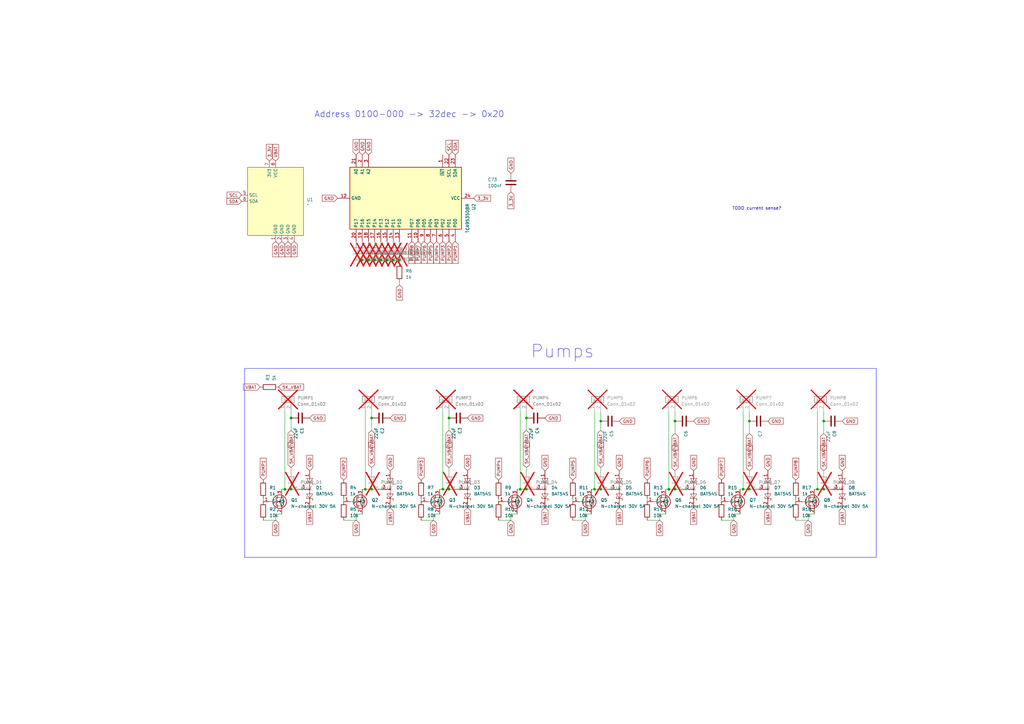
<source format=kicad_sch>
(kicad_sch (version 20250114) (generator "eeschema") (generator_version "9.0")
  (paper "A3")
  (lib_symbols
    (symbol "Connector_Generic:Conn_01x02" (pin_names (offset 1.016) (hide yes))
      (property "Reference" "J" (at 0 2.54 0))
      (property "Value" "Conn_01x02" (at 0 -5.08 0))
      (symbol "Conn_01x02_1_1"
        (rectangle (start -1.27 1.27) (end 1.27 -3.81) (stroke (width 0.254)) (fill (type background)))
        (rectangle (start -1.27 0.127) (end 0 -0.127) (stroke (width 0.1524)))
        (rectangle (start -1.27 -2.413) (end 0 -2.667) (stroke (width 0.1524)))
        (pin passive line (at -5.08 0 0) (length 3.81) (name "Pin_1") (number "1"))
        (pin passive line (at -5.08 -2.54 0) (length 3.81) (name "Pin_2") (number "2"))
      )
    )
    (symbol "Device:C" (pin_numbers (hide yes)) (pin_names (offset 0.254))
      (property "Reference" "C" (at 0.635 2.54 0))
      (property "Value" "C" (at 0.635 -2.54 0))
      (symbol "C_0_1"
        (polyline (pts (xy -2.032 0.762) (xy 2.032 0.762)) (stroke (width 0.508)))
        (polyline (pts (xy -2.032 -0.762) (xy 2.032 -0.762)) (stroke (width 0.508)))
      )
      (symbol "C_1_1"
        (pin passive line (at 0 3.81 270) (length 2.794) (name "~") (number "1"))
        (pin passive line (at 0 -3.81 90) (length 2.794) (name "~") (number "2"))
      )
    )
    (symbol "Device:LED" (pin_numbers (hide yes)) (pin_names (offset 1.016) (hide yes))
      (property "Reference" "D" (at 0 2.54 0))
      (property "Value" "LED" (at 0 -2.54 0))
      (symbol "LED_0_1"
        (polyline (pts (xy -3.048 -0.762) (xy -4.572 -2.286) (xy -3.81 -2.286) (xy -4.572 -2.286) (xy -4.572 -1.524)))
        (polyline (pts (xy -1.778 -0.762) (xy -3.302 -2.286) (xy -2.54 -2.286) (xy -3.302 -2.286) (xy -3.302 -1.524)))
        (polyline (pts (xy -1.27 0) (xy 1.27 0)))
        (polyline (pts (xy -1.27 -1.27) (xy -1.27 1.27)) (stroke (width 0.254)))
        (polyline (pts (xy 1.27 -1.27) (xy 1.27 1.27) (xy -1.27 0) (xy 1.27 -1.27)) (stroke (width 0.254)))
      )
      (symbol "LED_1_1"
        (pin passive line (at -3.81 0 0) (length 2.54) (name "K") (number "1"))
        (pin passive line (at 3.81 0 180) (length 2.54) (name "A") (number "2"))
      )
    )
    (symbol "Device:R" (pin_numbers (hide yes)) (pin_names (offset 0))
      (property "Reference" "R" (at 2.032 0 90))
      (property "Value" "R" (at 0 0 90))
      (symbol "R_0_1"
        (rectangle (start -1.016 -2.54) (end 1.016 2.54) (stroke (width 0.254)))
      )
      (symbol "R_1_1"
        (pin passive line (at 0 3.81 270) (length 1.27) (name "~") (number "1"))
        (pin passive line (at 0 -3.81 90) (length 1.27) (name "~") (number "2"))
      )
    )
    (symbol "Diode:BAS40-04" (pin_names (offset 1.016))
      (property "Reference" "D" (at 0.635 -1.27 0))
      (property "Value" "BAS40-04" (at -6.35 5.715 0))
      (symbol "BAS40-04_0_1"
        (polyline (pts (xy -4.445 3.81) (xy -4.445 1.27) (xy -2.54 2.54) (xy -4.445 3.81)))
        (polyline (pts (xy -3.81 2.54) (xy -1.27 2.54)))
        (polyline (pts (xy -3.175 1.27) (xy -3.175 1.524)))
        (polyline (pts (xy -2.54 3.81) (xy -1.905 3.81)))
        (polyline (pts (xy -2.54 1.27) (xy -3.175 1.27)))
        (polyline (pts (xy -2.54 1.27) (xy -2.54 3.81)))
        (polyline (pts (xy -1.905 3.81) (xy -1.905 3.556)))
        (polyline (pts (xy -1.905 2.54) (xy 1.905 2.54)))
        (circle (center 0 2.54) (radius 0.254) (fill (type outline)))
        (polyline (pts (xy 1.27 2.54) (xy 3.81 2.54)))
        (polyline (pts (xy 1.905 3.81) (xy 1.905 1.27) (xy 3.81 2.54) (xy 1.905 3.81)))
        (polyline (pts (xy 3.175 1.27) (xy 3.175 1.524)))
        (polyline (pts (xy 3.81 3.81) (xy 4.445 3.81)))
        (polyline (pts (xy 3.81 1.27) (xy 3.175 1.27)))
        (polyline (pts (xy 3.81 1.27) (xy 3.81 3.81)))
        (polyline (pts (xy 4.445 3.81) (xy 4.445 3.556)))
      )
      (symbol "BAS40-04_1_1"
        (pin passive line (at -7.62 2.54 0) (length 3.81) (name "~") (number "1"))
        (pin passive line (at 0 -2.54 90) (length 5.08) (name "~") (number "3"))
        (pin passive line (at 7.62 2.54 180) (length 3.81) (name "~") (number "2"))
      )
    )
    (symbol "ESP32-DEVKITC-32D:SL2300" (pin_names (offset 1.016))
      (property "Reference" "Q" (at 0 0 0))
      (property "Value" "SL2300" (at 7.62 0 0))
      (symbol "SL2300_1_1"
        (polyline (pts (xy -1.016 1.905) (xy -1.016 -1.905)) (stroke (width 0.254)))
        (polyline (pts (xy -1.016 0) (xy -3.81 0)))
        (polyline (pts (xy -0.508 2.286) (xy -0.508 1.27)) (stroke (width 0.254)))
        (polyline (pts (xy -0.508 0.508) (xy -0.508 -0.508)) (stroke (width 0.254)))
        (polyline (pts (xy -0.508 -1.27) (xy -0.508 -2.286)) (stroke (width 0.254)))
        (polyline (pts (xy -0.508 -1.778) (xy 2.032 -1.778) (xy 2.032 1.778) (xy -0.508 1.778)))
        (polyline (pts (xy -0.254 0) (xy 0.762 0.381) (xy 0.762 -0.381) (xy -0.254 0)) (fill (type outline)))
        (circle (center 0.381 0) (radius 2.794) (stroke (width 0.254)))
        (polyline (pts (xy 1.27 2.54) (xy 1.27 1.778)))
        (circle (center 1.27 1.778) (radius 0.254) (fill (type outline)))
        (circle (center 1.27 -1.778) (radius 0.254) (fill (type outline)))
        (polyline (pts (xy 1.27 -2.54) (xy 1.27 0) (xy -0.508 0)))
        (polyline (pts (xy 1.524 0.508) (xy 1.651 0.381) (xy 2.413 0.381) (xy 2.54 0.254)))
        (polyline (pts (xy 2.032 0.381) (xy 1.651 -0.254) (xy 2.413 -0.254) (xy 2.032 0.381)))
        (pin input line (at -6.35 0 0) (length 2.54) (name "G") (number "1"))
        (pin passive line (at 1.27 5.08 270) (length 2.54) (name "D") (number "3"))
        (pin passive line (at 1.27 -5.08 90) (length 2.54) (name "S") (number "2"))
      )
    )
    (symbol "Interface_Expansion:TCA9535DBR"
      (property "Reference" "U" (at -11.43 24.13 0))
      (property "Value" "TCA9535DBR" (at 0 0 0))
      (symbol "TCA9535DBR_0_1"
        (rectangle (start -12.7 22.86) (end 12.7 -22.86) (stroke (width 0.254)) (fill (type background)))
      )
      (symbol "TCA9535DBR_1_1"
        (pin bidirectional line (at -17.78 20.32 0) (length 5.08) (name "SDA") (number "23"))
        (pin input line (at -17.78 17.78 0) (length 5.08) (name "SCL") (number "22"))
        (pin open_collector line (at -17.78 15.24 0) (length 5.08) (name "~{INT}") (number "1"))
        (pin input line (at -17.78 -15.24 0) (length 5.08) (name "A2") (number "3"))
        (pin input line (at -17.78 -17.78 0) (length 5.08) (name "A1") (number "2"))
        (pin input line (at -17.78 -20.32 0) (length 5.08) (name "A0") (number "21"))
        (pin power_in line (at 0 27.94 270) (length 5.08) (name "VCC") (number "24"))
        (pin power_in line (at 0 -27.94 90) (length 5.08) (name "GND") (number "12"))
        (pin bidirectional line (at 17.78 20.32 180) (length 5.08) (name "P00") (number "4"))
        (pin bidirectional line (at 17.78 17.78 180) (length 5.08) (name "P01") (number "5"))
        (pin bidirectional line (at 17.78 15.24 180) (length 5.08) (name "P02") (number "6"))
        (pin bidirectional line (at 17.78 12.7 180) (length 5.08) (name "P03") (number "7"))
        (pin bidirectional line (at 17.78 10.16 180) (length 5.08) (name "P04") (number "8"))
        (pin bidirectional line (at 17.78 7.62 180) (length 5.08) (name "P05") (number "9"))
        (pin bidirectional line (at 17.78 5.08 180) (length 5.08) (name "P06") (number "10"))
        (pin bidirectional line (at 17.78 2.54 180) (length 5.08) (name "P07") (number "11"))
        (pin bidirectional line (at 17.78 -2.54 180) (length 5.08) (name "P10") (number "13"))
        (pin bidirectional line (at 17.78 -5.08 180) (length 5.08) (name "P11") (number "14"))
        (pin bidirectional line (at 17.78 -7.62 180) (length 5.08) (name "P12") (number "15"))
        (pin bidirectional line (at 17.78 -10.16 180) (length 5.08) (name "P13") (number "16"))
        (pin bidirectional line (at 17.78 -12.7 180) (length 5.08) (name "P14") (number "17"))
        (pin bidirectional line (at 17.78 -15.24 180) (length 5.08) (name "P15") (number "18"))
        (pin bidirectional line (at 17.78 -17.78 180) (length 5.08) (name "P16") (number "19"))
        (pin bidirectional line (at 17.78 -20.32 180) (length 5.08) (name "P17") (number "20"))
      )
    )
    (symbol "Modules:Pump_Output"
      (property "Reference" "U" (at -6.35 15.24 0))
      (symbol "Pump_Output_1_1"
        (rectangle (start -12.7 12.7) (end 10.16 -15.24) (fill (type background)))
        (pin bidirectional line (at -15.24 1.27 0) (length 2.54) (name "SCL") (number "5"))
        (pin bidirectional line (at -15.24 -1.27 0) (length 2.54) (name "SDA") (number "6"))
        (pin power_in line (at -3.81 15.24 270) (length 2.54) (name "3V3") (number "7"))
        (pin power_in line (at -1.27 15.24 270) (length 2.54) (name "VCC") (number "8"))
        (pin power_in line (at -1.27 -17.78 90) (length 2.54) (name "GND") (number "1"))
        (pin power_in line (at 1.27 -17.78 90) (length 2.54) (name "GND") (number "2"))
        (pin power_in line (at 3.81 -17.78 90) (length 2.54) (name "GND") (number "3"))
        (pin power_in line (at 6.35 -17.78 90) (length 2.54) (name "GND") (number "4"))
      )
    )
  )
  (rectangle (start 100.33 151.13) (end 359.41 228.6))
  (text "TODO current sense?" (at 310.388 85.598 0) (effects (font (size 1.27 1.27))))
  (text "Address 0100-000 -> 32dec -> 0x20" (at 167.894 46.99 0) (effects (font (size 2.54 2.54))))
  (text "Pumps" (at 243.84 147.32 0) (effects (font (size 5.2578 5.2578)) (justify right bottom)))
  (junction (at 184.15 200.66))
  (junction (at 215.9 200.66))
  (junction (at 152.4 171.45))
  (junction (at 304.8 200.66))
  (junction (at 246.38 172.72))
  (junction (at 181.61 200.66))
  (junction (at 119.38 171.45))
  (junction (at 307.34 172.72))
  (junction (at 152.4 200.66))
  (junction (at 246.38 200.66))
  (junction (at 337.82 172.72))
  (junction (at 276.86 200.66))
  (junction (at 149.86 200.66))
  (junction (at 151.13 106.68))
  (junction (at 276.86 172.72))
  (junction (at 337.82 200.66))
  (junction (at 156.21 106.68))
  (junction (at 161.29 106.68))
  (junction (at 215.9 171.45))
  (junction (at 153.67 106.68))
  (junction (at 274.32 200.66))
  (junction (at 243.84 200.66))
  (junction (at 116.84 200.66))
  (junction (at 163.83 106.68))
  (junction (at 158.75 106.68))
  (junction (at 307.34 200.66))
  (junction (at 119.38 200.66))
  (junction (at 213.36 200.66))
  (junction (at 148.59 106.68))
  (junction (at 184.15 171.45))
  (junction (at 335.28 200.66))
  (wire (pts (xy 274.32 168.91) (xy 274.32 200.66)))
  (wire (pts (xy 215.9 168.91) (xy 215.9 171.45)))
  (wire (pts (xy 107.95 204.47) (xy 107.95 205.74)))
  (wire (pts (xy 163.83 116.84) (xy 163.83 115.57)))
  (wire (pts (xy 274.32 200.66) (xy 273.05 200.66)))
  (wire (pts (xy 149.86 168.91) (xy 149.86 200.66)))
  (wire (pts (xy 152.4 200.66) (xy 154.94 200.66)))
  (wire (pts (xy 326.39 204.47) (xy 326.39 205.74)))
  (wire (pts (xy 246.38 200.66) (xy 248.92 200.66)))
  (wire (pts (xy 243.84 200.66) (xy 242.57 200.66)))
  (wire (pts (xy 240.03 210.82) (xy 240.03 213.36)))
  (wire (pts (xy 334.01 210.82) (xy 331.47 210.82)))
  (wire (pts (xy 152.4 168.91) (xy 152.4 171.45)))
  (wire (pts (xy 152.4 191.77) (xy 152.4 193.04)))
  (wire (pts (xy 246.38 200.66) (xy 243.84 200.66)))
  (wire (pts (xy 307.34 168.91) (xy 307.34 172.72)))
  (wire (pts (xy 234.95 204.47) (xy 234.95 205.74)))
  (wire (pts (xy 149.86 200.66) (xy 148.59 200.66)))
  (wire (pts (xy 300.99 210.82) (xy 300.99 213.36)))
  (wire (pts (xy 276.86 168.91) (xy 276.86 172.72)))
  (wire (pts (xy 212.09 210.82) (xy 209.55 210.82)))
  (wire (pts (xy 184.15 193.04) (xy 184.15 191.77)))
  (wire (pts (xy 300.99 213.36) (xy 295.91 213.36)))
  (wire (pts (xy 295.91 204.47) (xy 295.91 205.74)))
  (wire (pts (xy 172.72 204.47) (xy 172.72 205.74)))
  (wire (pts (xy 158.75 106.68) (xy 161.29 106.68)))
  (wire (pts (xy 215.9 200.66) (xy 213.36 200.66)))
  (wire (pts (xy 240.03 213.36) (xy 234.95 213.36)))
  (wire (pts (xy 246.38 191.77) (xy 246.38 193.04)))
  (wire (pts (xy 246.38 168.91) (xy 246.38 172.72)))
  (wire (pts (xy 184.15 168.91) (xy 184.15 171.45)))
  (wire (pts (xy 331.47 213.36) (xy 326.39 213.36)))
  (wire (pts (xy 184.15 200.66) (xy 181.61 200.66)))
  (wire (pts (xy 273.05 210.82) (xy 270.51 210.82)))
  (wire (pts (xy 331.47 210.82) (xy 331.47 213.36)))
  (wire (pts (xy 149.86 200.66) (xy 152.4 200.66)))
  (wire (pts (xy 119.38 200.66) (xy 121.92 200.66)))
  (wire (pts (xy 307.34 200.66) (xy 309.88 200.66)))
  (wire (pts (xy 146.05 210.82) (xy 146.05 213.36)))
  (wire (pts (xy 276.86 200.66) (xy 274.32 200.66)))
  (wire (pts (xy 209.55 213.36) (xy 204.47 213.36)))
  (wire (pts (xy 303.53 210.82) (xy 300.99 210.82)))
  (wire (pts (xy 270.51 213.36) (xy 265.43 213.36)))
  (wire (pts (xy 113.03 213.36) (xy 107.95 213.36)))
  (wire (pts (xy 335.28 168.91) (xy 335.28 200.66)))
  (wire (pts (xy 215.9 191.77) (xy 215.9 193.04)))
  (wire (pts (xy 148.59 106.68) (xy 146.05 106.68)))
  (wire (pts (xy 276.86 172.72) (xy 276.86 177.8)))
  (wire (pts (xy 119.38 168.91) (xy 119.38 171.45)))
  (wire (pts (xy 213.36 200.66) (xy 212.09 200.66)))
  (wire (pts (xy 156.21 106.68) (xy 158.75 106.68)))
  (wire (pts (xy 119.38 193.04) (xy 119.38 191.77)))
  (wire (pts (xy 181.61 200.66) (xy 180.34 200.66)))
  (wire (pts (xy 337.82 172.72) (xy 337.82 177.8)))
  (wire (pts (xy 270.51 210.82) (xy 270.51 213.36)))
  (wire (pts (xy 265.43 204.47) (xy 265.43 205.74)))
  (wire (pts (xy 242.57 210.82) (xy 240.03 210.82)))
  (wire (pts (xy 180.34 210.82) (xy 177.8 210.82)))
  (wire (pts (xy 163.83 107.95) (xy 163.83 106.68)))
  (wire (pts (xy 307.34 172.72) (xy 307.34 177.8)))
  (wire (pts (xy 113.03 210.82) (xy 113.03 213.36)))
  (wire (pts (xy 209.55 210.82) (xy 209.55 213.36)))
  (wire (pts (xy 177.8 210.82) (xy 177.8 213.36)))
  (wire (pts (xy 151.13 106.68) (xy 148.59 106.68)))
  (wire (pts (xy 204.47 204.47) (xy 204.47 205.74)))
  (wire (pts (xy 177.8 213.36) (xy 172.72 213.36)))
  (wire (pts (xy 307.34 200.66) (xy 304.8 200.66)))
  (wire (pts (xy 304.8 200.66) (xy 303.53 200.66)))
  (wire (pts (xy 335.28 200.66) (xy 334.01 200.66)))
  (wire (pts (xy 213.36 168.91) (xy 213.36 200.66)))
  (wire (pts (xy 181.61 168.91) (xy 181.61 200.66)))
  (wire (pts (xy 115.57 210.82) (xy 113.03 210.82)))
  (wire (pts (xy 243.84 168.91) (xy 243.84 200.66)))
  (wire (pts (xy 140.97 204.47) (xy 140.97 205.74)))
  (wire (pts (xy 304.8 168.91) (xy 304.8 200.66)))
  (wire (pts (xy 215.9 171.45) (xy 215.9 176.53)))
  (wire (pts (xy 119.38 200.66) (xy 116.84 200.66)))
  (wire (pts (xy 156.21 106.68) (xy 153.67 106.68)))
  (wire (pts (xy 246.38 172.72) (xy 246.38 176.53)))
  (wire (pts (xy 116.84 200.66) (xy 115.57 200.66)))
  (wire (pts (xy 337.82 200.66) (xy 340.36 200.66)))
  (wire (pts (xy 337.82 200.66) (xy 335.28 200.66)))
  (wire (pts (xy 153.67 106.68) (xy 151.13 106.68)))
  (wire (pts (xy 146.05 213.36) (xy 140.97 213.36)))
  (wire (pts (xy 276.86 200.66) (xy 279.4 200.66)))
  (wire (pts (xy 148.59 210.82) (xy 146.05 210.82)))
  (wire (pts (xy 184.15 200.66) (xy 186.69 200.66)))
  (wire (pts (xy 184.15 171.45) (xy 184.15 176.53)))
  (wire (pts (xy 161.29 106.68) (xy 163.83 106.68)))
  (wire (pts (xy 152.4 171.45) (xy 152.4 176.53)))
  (wire (pts (xy 116.84 168.91) (xy 116.84 200.66)))
  (wire (pts (xy 337.82 168.91) (xy 337.82 172.72)))
  (wire (pts (xy 215.9 200.66) (xy 218.44 200.66)))
  (wire (pts (xy 119.38 171.45) (xy 119.38 176.53)))
  (global_label "VBAT" (shape input) (at 119.38 176.53 270) (property "Intersheetrefs" "${INTERSHEET_REFS}" (effects (hide yes))))
  (global_label "VBAT" (shape input) (at 254 208.28 270) (property "Intersheetrefs" "${INTERSHEET_REFS}" (effects (hide yes))))
  (global_label "PUMP4" (shape input) (at 179.07 99.06 270) (property "Intersheetrefs" "${INTERSHEET_REFS}" (effects (hide yes))))
  (global_label "GND" (shape input) (at 127 193.04 90) (property "Intersheetrefs" "${INTERSHEET_REFS}" (effects (hide yes))))
  (global_label "SDA" (shape input) (at 186.69 63.5 90) (property "Intersheetrefs" "${INTERSHEET_REFS}" (effects (hide yes))))
  (global_label "5K_VBAT" (shape input) (at 152.4 191.77 90) (property "Intersheetrefs" "${INTERSHEET_REFS}" (effects (hide yes))))
  (global_label "3_3V" (shape input) (at 110.49 66.04 90) (property "Intersheetrefs" "${INTERSHEET_REFS}" (effects (hide yes))))
  (global_label "VBAT" (shape input) (at 307.34 177.8 270) (property "Intersheetrefs" "${INTERSHEET_REFS}" (effects (hide yes))))
  (global_label "PUMP1" (shape input) (at 186.69 99.06 270) (property "Intersheetrefs" "${INTERSHEET_REFS}" (effects (hide yes))))
  (global_label "SCL" (shape input) (at 184.15 63.5 90) (property "Intersheetrefs" "${INTERSHEET_REFS}" (effects (hide yes))))
  (global_label "GND" (shape input) (at 314.96 193.04 90) (property "Intersheetrefs" "${INTERSHEET_REFS}" (effects (hide yes))))
  (global_label "PUMP5" (shape input) (at 176.53 99.06 270) (property "Intersheetrefs" "${INTERSHEET_REFS}" (effects (hide yes))))
  (global_label "VBAT" (shape input) (at 106.68 158.75 180) (property "Intersheetrefs" "${INTERSHEET_REFS}" (effects (hide yes))))
  (global_label "SCL" (shape input) (at 99.06 80.01 180) (property "Intersheetrefs" "${INTERSHEET_REFS}" (effects (hide yes))))
  (global_label "PUMP8" (shape input) (at 326.39 196.85 90) (property "Intersheetrefs" "${INTERSHEET_REFS}" (effects (hide yes))))
  (global_label "GND" (shape input) (at 209.55 71.12 90) (property "Intersheetrefs" "${INTERSHEET_REFS}" (effects (hide yes))))
  (global_label "PUMP5" (shape input) (at 234.95 196.85 90) (property "Intersheetrefs" "${INTERSHEET_REFS}" (effects (hide yes))))
  (global_label "GND" (shape input) (at 300.99 213.36 270) (property "Intersheetrefs" "${INTERSHEET_REFS}" (effects (hide yes))))
  (global_label "VBAT" (shape input) (at 337.82 177.8 270) (property "Intersheetrefs" "${INTERSHEET_REFS}" (effects (hide yes))))
  (global_label "PUMP2" (shape input) (at 140.97 196.85 90) (property "Intersheetrefs" "${INTERSHEET_REFS}" (effects (hide yes))))
  (global_label "GND" (shape input) (at 115.57 99.06 270) (property "Intersheetrefs" "${INTERSHEET_REFS}" (effects (hide yes))))
  (global_label "GND" (shape input) (at 127 171.45 0) (property "Intersheetrefs" "${INTERSHEET_REFS}" (effects (hide yes))))
  (global_label "VBAT" (shape input) (at 314.96 208.28 270) (property "Intersheetrefs" "${INTERSHEET_REFS}" (effects (hide yes))))
  (global_label "GND" (shape input) (at 148.59 63.5 90) (property "Intersheetrefs" "${INTERSHEET_REFS}" (effects (hide yes))))
  (global_label "PUMP8" (shape input) (at 168.91 99.06 270) (property "Intersheetrefs" "${INTERSHEET_REFS}" (effects (hide yes))))
  (global_label "PUMP6" (shape input) (at 265.43 196.85 90) (property "Intersheetrefs" "${INTERSHEET_REFS}" (effects (hide yes))))
  (global_label "VBAT" (shape input) (at 127 208.28 270) (property "Intersheetrefs" "${INTERSHEET_REFS}" (effects (hide yes))))
  (global_label "5K_VBAT" (shape input) (at 276.86 193.04 90) (property "Intersheetrefs" "${INTERSHEET_REFS}" (effects (hide yes))))
  (global_label "5K_VBAT" (shape input) (at 246.38 191.77 90) (property "Intersheetrefs" "${INTERSHEET_REFS}" (effects (hide yes))))
  (global_label "GND" (shape input) (at 146.05 213.36 270) (property "Intersheetrefs" "${INTERSHEET_REFS}" (effects (hide yes))))
  (global_label "PUMP6" (shape input) (at 173.99 99.06 270) (property "Intersheetrefs" "${INTERSHEET_REFS}" (effects (hide yes))))
  (global_label "VBAT" (shape input) (at 223.52 208.28 270) (property "Intersheetrefs" "${INTERSHEET_REFS}" (effects (hide yes))))
  (global_label "GND" (shape input) (at 160.02 171.45 0) (property "Intersheetrefs" "${INTERSHEET_REFS}" (effects (hide yes))))
  (global_label "GND" (shape input) (at 223.52 171.45 0) (property "Intersheetrefs" "${INTERSHEET_REFS}" (effects (hide yes))))
  (global_label "5K_VBAT" (shape input) (at 215.9 191.77 90) (property "Intersheetrefs" "${INTERSHEET_REFS}" (effects (hide yes))))
  (global_label "VBAT" (shape input) (at 284.48 208.28 270) (property "Intersheetrefs" "${INTERSHEET_REFS}" (effects (hide yes))))
  (global_label "GND" (shape input) (at 151.13 63.5 90) (property "Intersheetrefs" "${INTERSHEET_REFS}" (effects (hide yes))))
  (global_label "PUMP7" (shape input) (at 295.91 196.85 90) (property "Intersheetrefs" "${INTERSHEET_REFS}" (effects (hide yes))))
  (global_label "PUMP4" (shape input) (at 204.47 196.85 90) (property "Intersheetrefs" "${INTERSHEET_REFS}" (effects (hide yes))))
  (global_label "3_3V" (shape input) (at 194.31 81.28 0) (property "Intersheetrefs" "${INTERSHEET_REFS}" (effects (hide yes))))
  (global_label "PUMP2" (shape input) (at 184.15 99.06 270) (property "Intersheetrefs" "${INTERSHEET_REFS}" (effects (hide yes))))
  (global_label "GND" (shape input) (at 191.77 193.04 90) (property "Intersheetrefs" "${INTERSHEET_REFS}" (effects (hide yes))))
  (global_label "VBAT" (shape input) (at 184.15 176.53 270) (property "Intersheetrefs" "${INTERSHEET_REFS}" (effects (hide yes))))
  (global_label "VBAT" (shape input) (at 160.02 208.28 270) (property "Intersheetrefs" "${INTERSHEET_REFS}" (effects (hide yes))))
  (global_label "PUMP3" (shape input) (at 181.61 99.06 270) (property "Intersheetrefs" "${INTERSHEET_REFS}" (effects (hide yes))))
  (global_label "GND" (shape input) (at 345.44 193.04 90) (property "Intersheetrefs" "${INTERSHEET_REFS}" (effects (hide yes))))
  (global_label "GND" (shape input) (at 191.77 171.45 0) (property "Intersheetrefs" "${INTERSHEET_REFS}" (effects (hide yes))))
  (global_label "3_3V" (shape input) (at 209.55 78.74 270) (property "Intersheetrefs" "${INTERSHEET_REFS}" (effects (hide yes))))
  (global_label "5K_VBAT" (shape input) (at 184.15 191.77 90) (property "Intersheetrefs" "${INTERSHEET_REFS}" (effects (hide yes))))
  (global_label "GND" (shape input) (at 270.51 213.36 270) (property "Intersheetrefs" "${INTERSHEET_REFS}" (effects (hide yes))))
  (global_label "GND" (shape input) (at 223.52 193.04 90) (property "Intersheetrefs" "${INTERSHEET_REFS}" (effects (hide yes))))
  (global_label "GND" (shape input) (at 160.02 193.04 90) (property "Intersheetrefs" "${INTERSHEET_REFS}" (effects (hide yes))))
  (global_label "GND" (shape input) (at 113.03 99.06 270) (property "Intersheetrefs" "${INTERSHEET_REFS}" (effects (hide yes))))
  (global_label "GND" (shape input) (at 113.03 213.36 270) (property "Intersheetrefs" "${INTERSHEET_REFS}" (effects (hide yes))))
  (global_label "GND" (shape input) (at 118.11 99.06 270) (property "Intersheetrefs" "${INTERSHEET_REFS}" (effects (hide yes))))
  (global_label "VBAT" (shape input) (at 345.44 208.28 270) (property "Intersheetrefs" "${INTERSHEET_REFS}" (effects (hide yes))))
  (global_label "5K_VBAT" (shape input) (at 307.34 193.04 90) (property "Intersheetrefs" "${INTERSHEET_REFS}" (effects (hide yes))))
  (global_label "GND" (shape input) (at 284.48 193.04 90) (property "Intersheetrefs" "${INTERSHEET_REFS}" (effects (hide yes))))
  (global_label "SDA" (shape input) (at 99.06 82.55 180) (property "Intersheetrefs" "${INTERSHEET_REFS}" (effects (hide yes))))
  (global_label "GND" (shape input) (at 331.47 213.36 270) (property "Intersheetrefs" "${INTERSHEET_REFS}" (effects (hide yes))))
  (global_label "GND" (shape input) (at 284.48 172.72 0) (property "Intersheetrefs" "${INTERSHEET_REFS}" (effects (hide yes))))
  (global_label "GND" (shape input) (at 209.55 213.36 270) (property "Intersheetrefs" "${INTERSHEET_REFS}" (effects (hide yes))))
  (global_label "PUMP3" (shape input) (at 172.72 196.85 90) (property "Intersheetrefs" "${INTERSHEET_REFS}" (effects (hide yes))))
  (global_label "5K_VBAT" (shape input) (at 114.3 158.75 0) (property "Intersheetrefs" "${INTERSHEET_REFS}" (effects (hide yes))))
  (global_label "GND" (shape input) (at 120.65 99.06 270) (property "Intersheetrefs" "${INTERSHEET_REFS}" (effects (hide yes))))
  (global_label "GND" (shape input) (at 345.44 172.72 0) (property "Intersheetrefs" "${INTERSHEET_REFS}" (effects (hide yes))))
  (global_label "GND" (shape input) (at 138.43 81.28 180) (property "Intersheetrefs" "${INTERSHEET_REFS}" (effects (hide yes))))
  (global_label "VBAT" (shape input) (at 276.86 177.8 270) (property "Intersheetrefs" "${INTERSHEET_REFS}" (effects (hide yes))))
  (global_label "5K_VBAT" (shape input) (at 119.38 191.77 90) (property "Intersheetrefs" "${INTERSHEET_REFS}" (effects (hide yes))))
  (global_label "VBAT" (shape input) (at 215.9 176.53 270) (property "Intersheetrefs" "${INTERSHEET_REFS}" (effects (hide yes))))
  (global_label "VBAT" (shape input) (at 191.77 208.28 270) (property "Intersheetrefs" "${INTERSHEET_REFS}" (effects (hide yes))))
  (global_label "GND" (shape input) (at 146.05 63.5 90) (property "Intersheetrefs" "${INTERSHEET_REFS}" (effects (hide yes))))
  (global_label "GND" (shape input) (at 254 172.72 0) (property "Intersheetrefs" "${INTERSHEET_REFS}" (effects (hide yes))))
  (global_label "VBAT" (shape input) (at 246.38 176.53 270) (property "Intersheetrefs" "${INTERSHEET_REFS}" (effects (hide yes))))
  (global_label "GND" (shape input) (at 254 193.04 90) (property "Intersheetrefs" "${INTERSHEET_REFS}" (effects (hide yes))))
  (global_label "PUMP1" (shape input) (at 107.95 196.85 90) (property "Intersheetrefs" "${INTERSHEET_REFS}" (effects (hide yes))))
  (global_label "PUMP7" (shape input) (at 171.45 99.06 270) (property "Intersheetrefs" "${INTERSHEET_REFS}" (effects (hide yes))))
  (global_label "VBAT" (shape input) (at 152.4 176.53 270) (property "Intersheetrefs" "${INTERSHEET_REFS}" (effects (hide yes))))
  (global_label "VBAT" (shape input) (at 113.03 66.04 90) (property "Intersheetrefs" "${INTERSHEET_REFS}" (effects (hide yes))))
  (global_label "GND" (shape input) (at 163.83 116.84 270) (property "Intersheetrefs" "${INTERSHEET_REFS}" (effects (hide yes))))
  (global_label "GND" (shape input) (at 177.8 213.36 270) (property "Intersheetrefs" "${INTERSHEET_REFS}" (effects (hide yes))))
  (global_label "GND" (shape input) (at 240.03 213.36 270) (property "Intersheetrefs" "${INTERSHEET_REFS}" (effects (hide yes))))
  (global_label "5K_VBAT" (shape input) (at 337.82 193.04 90) (property "Intersheetrefs" "${INTERSHEET_REFS}" (effects (hide yes))))
  (global_label "GND" (shape input) (at 314.96 172.72 0) (property "Intersheetrefs" "${INTERSHEET_REFS}" (effects (hide yes))))
  (symbol (lib_id "Device:LED") (at 246.38 196.85 90) (unit 1) (dnp yes)
    (property "Reference" "PUMP_D5" (at 250.19 197.8025 90) (effects (justify right)))
    (property "Value" "BLUE" (at 250.19 200.3425 90) (effects (justify right)))
    (property "Footprint" "LED_SMD:LED_0805_2012Metric" (effects (hide yes)))
    (property "Description" "Light emitting diode" (effects (hide yes)))
    (property "LCSC_PART_NUMBER" "C205441" (effects (hide yes)))
    (property "Sim.Pins" "1=K 2=A" (effects (hide yes)))
  )
  (symbol (lib_id "Diode:BAS40-04") (at 342.9 200.66 270) (unit 1)
    (property "Reference" "D8" (at 347.98 200.025 90) (effects (justify left)))
    (property "Value" "BAT54S" (at 347.98 202.565 90) (effects (justify left)))
    (property "Footprint" "Package_TO_SOT_SMD:SOT-23" (effects (hide yes)))
    (property "Datasheet" "http://www.vishay.com/docs/85701/bas40v.pdf" (effects (hide yes)))
    (property "Description" "40V 0.2A Dual Small Signal Schottky Diodes" (effects (hide yes)))
    (property "LCSC_PART_NUMBER" "C916425" (effects (hide yes)))
  )
  (symbol (lib_id "ESP32-DEVKITC-32D:SL2300") (at 114.3 205.74 0) (unit 1)
    (property "Reference" "Q1" (at 119.38 205.105 0) (effects (justify left)))
    (property "Value" "N-channel 30V 5A" (at 119.38 207.645 0) (effects (justify left)))
    (property "Footprint" "PCM_Package_TO_SOT_SMD_AKL:SOT-23" (effects (hide yes)))
    (property "LCSC_PART_NUMBER" "C5364313" (effects (hide yes)))
  )
  (symbol (lib_id "Device:R") (at 326.39 209.55 0) (unit 1)
    (property "Reference" "R18" (at 328.93 208.915 0) (effects (justify left)))
    (property "Value" "10k" (at 328.93 211.455 0) (effects (justify left)))
    (property "Footprint" "Resistor_SMD:R_0603_1608Metric" (effects (hide yes)))
    (property "Description" "Resistor" (effects (hide yes)))
    (property "LCSC_PART_NUMBER" "C212284" (effects (hide yes)))
  )
  (symbol (lib_id "Device:C") (at 311.15 172.72 90) (unit 1)
    (property "Reference" "C7" (at 311.785 176.53 0) (effects (justify right)))
    (property "Value" "22uF" (effects (hide yes)))
    (property "Footprint" "PCM_Capacitor_SMD_Handsoldering_AKL:C_0805_2012Metric_Pad1.18x1.45mm" (effects (hide yes)))
    (property "Description" "Unpolarized capacitor" (effects (hide yes)))
    (property "LCSC_PART_NUMBER" "C45783" (effects (hide yes)))
  )
  (symbol (lib_id "Device:LED") (at 152.4 196.85 90) (unit 1) (dnp yes)
    (property "Reference" "PUMP_D2" (at 156.21 197.8025 90) (effects (justify right)))
    (property "Value" "BLUE" (at 156.21 200.3425 90) (effects (justify right)))
    (property "Footprint" "LED_SMD:LED_0805_2012Metric" (effects (hide yes)))
    (property "Description" "Light emitting diode" (effects (hide yes)))
    (property "LCSC_PART_NUMBER" "C205441" (effects (hide yes)))
    (property "Sim.Pins" "1=K 2=A" (effects (hide yes)))
  )
  (symbol (lib_id "Device:LED") (at 163.83 102.87 90) (unit 1) (dnp yes)
    (property "Reference" "P_FAULT8" (at 167.64 103.8225 90) (effects (justify right)))
    (property "Value" "RED" (at 167.64 106.3625 90) (effects (justify right)))
    (property "Footprint" "LED_SMD:LED_0805_2012Metric" (effects (hide yes)))
    (property "Description" "Light emitting diode" (effects (hide yes)))
    (property "LCSC_PART_NUMBER" "C205441" (effects (hide yes)))
    (property "Sim.Pins" "1=K 2=A" (effects (hide yes)))
  )
  (symbol (lib_id "Diode:BAS40-04") (at 124.46 200.66 270) (unit 1)
    (property "Reference" "D1" (at 129.54 200.025 90) (effects (justify left)))
    (property "Value" "BAT54S" (at 129.54 202.565 90) (effects (justify left)))
    (property "Footprint" "Package_TO_SOT_SMD:SOT-23" (effects (hide yes)))
    (property "Datasheet" "http://www.vishay.com/docs/85701/bas40v.pdf" (effects (hide yes)))
    (property "Description" "40V 0.2A Dual Small Signal Schottky Diodes" (effects (hide yes)))
    (property "LCSC_PART_NUMBER" "C916425" (effects (hide yes)))
  )
  (symbol (lib_id "Device:C") (at 187.96 171.45 90) (unit 1)
    (property "Reference" "C3" (at 188.595 175.26 0) (effects (justify right)))
    (property "Value" "22uF" (at 186.055 175.26 0) (effects (justify right)))
    (property "Footprint" "PCM_Capacitor_SMD_Handsoldering_AKL:C_0805_2012Metric_Pad1.18x1.45mm" (effects (hide yes)))
    (property "Description" "Unpolarized capacitor" (effects (hide yes)))
    (property "LCSC_PART_NUMBER" "C45783" (effects (hide yes)))
  )
  (symbol (lib_id "Device:C") (at 209.55 74.93 0) (unit 1)
    (property "Reference" "C73" (at 200.025 73.66 0) (effects (justify left)))
    (property "Value" "100nf" (at 200.025 76.2 0) (effects (justify left)))
    (property "Footprint" "PCM_Capacitor_SMD_Handsoldering_AKL:C_0603_1608Metric_Pad1.08x0.95mm" (effects (hide yes)))
    (property "LCSC_PART_NUMBER" "C49678" (effects (hide yes)))
  )
  (symbol (lib_id "Connector_Generic:Conn_01x02") (at 274.32 163.83 90) (unit 1) (dnp yes)
    (property "Reference" "PUMP6" (at 279.4 163.195 90) (effects (justify right)))
    (property "Value" "Conn_01x02" (at 279.4 165.735 90) (effects (justify right)))
    (property "Footprint" "Connector_JST:JST_EH_B2B-EH-A_1x02_P2.50mm_Vertical" (effects (hide yes)))
    (property "Description" "Generic connector, single row, 01x02, script generated (kicad-library-utils/schlib/autogen/connector/)" (effects (hide yes)))
  )
  (symbol (lib_id "Connector_Generic:Conn_01x02") (at 243.84 163.83 90) (unit 1) (dnp yes)
    (property "Reference" "PUMP5" (at 248.92 163.195 90) (effects (justify right)))
    (property "Value" "Conn_01x02" (at 248.92 165.735 90) (effects (justify right)))
    (property "Footprint" "Connector_JST:JST_EH_B2B-EH-A_1x02_P2.50mm_Vertical" (effects (hide yes)))
    (property "Description" "Generic connector, single row, 01x02, script generated (kicad-library-utils/schlib/autogen/connector/)" (effects (hide yes)))
  )
  (symbol (lib_id "Device:LED") (at 146.05 102.87 90) (unit 1) (dnp yes)
    (property "Reference" "P_FAULT1" (at 149.86 103.8225 90) (effects (justify right)))
    (property "Value" "RED" (at 149.86 106.3625 90) (effects (justify right)))
    (property "Footprint" "LED_SMD:LED_0805_2012Metric" (effects (hide yes)))
    (property "Description" "Light emitting diode" (effects (hide yes)))
    (property "LCSC_PART_NUMBER" "C205441" (effects (hide yes)))
    (property "Sim.Pins" "1=K 2=A" (effects (hide yes)))
  )
  (symbol (lib_id "ESP32-DEVKITC-32D:SL2300") (at 210.82 205.74 0) (unit 1)
    (property "Reference" "Q4" (at 215.9 205.105 0) (effects (justify left)))
    (property "Value" "N-channel 30V 5A" (at 215.9 207.645 0) (effects (justify left)))
    (property "Footprint" "PCM_Package_TO_SOT_SMD_AKL:SOT-23" (effects (hide yes)))
    (property "LCSC_PART_NUMBER" "C5364313" (effects (hide yes)))
  )
  (symbol (lib_id "Diode:BAS40-04") (at 157.48 200.66 270) (unit 1)
    (property "Reference" "D2" (at 162.56 200.025 90) (effects (justify left)))
    (property "Value" "BAT54S" (at 162.56 202.565 90) (effects (justify left)))
    (property "Footprint" "Package_TO_SOT_SMD:SOT-23" (effects (hide yes)))
    (property "Datasheet" "http://www.vishay.com/docs/85701/bas40v.pdf" (effects (hide yes)))
    (property "Description" "40V 0.2A Dual Small Signal Schottky Diodes" (effects (hide yes)))
    (property "LCSC_PART_NUMBER" "C916425" (effects (hide yes)))
  )
  (symbol (lib_id "Diode:BAS40-04") (at 220.98 200.66 270) (unit 1)
    (property "Reference" "D4" (at 226.06 200.025 90) (effects (justify left)))
    (property "Value" "BAT54S" (at 226.06 202.565 90) (effects (justify left)))
    (property "Footprint" "Package_TO_SOT_SMD:SOT-23" (effects (hide yes)))
    (property "Datasheet" "http://www.vishay.com/docs/85701/bas40v.pdf" (effects (hide yes)))
    (property "Description" "40V 0.2A Dual Small Signal Schottky Diodes" (effects (hide yes)))
    (property "LCSC_PART_NUMBER" "C916425" (effects (hide yes)))
  )
  (symbol (lib_id "Device:LED") (at 337.82 196.85 90) (unit 1) (dnp yes)
    (property "Reference" "PUMP_D8" (at 341.63 197.8025 90) (effects (justify right)))
    (property "Value" "BLUE" (at 341.63 200.3425 90) (effects (justify right)))
    (property "Footprint" "LED_SMD:LED_0805_2012Metric" (effects (hide yes)))
    (property "Description" "Light emitting diode" (effects (hide yes)))
    (property "LCSC_PART_NUMBER" "C205441" (effects (hide yes)))
    (property "Sim.Pins" "1=K 2=A" (effects (hide yes)))
  )
  (symbol (lib_id "Device:R") (at 295.91 200.66 0) (unit 1)
    (property "Reference" "R15" (at 298.45 200.025 0) (effects (justify left)))
    (property "Value" "1k" (at 298.45 202.565 0) (effects (justify left)))
    (property "Footprint" "Resistor_SMD:R_0603_1608Metric" (effects (hide yes)))
    (property "Description" "Resistor" (effects (hide yes)))
    (property "LCSC_PART_NUMBER" "C95781" (effects (hide yes)))
  )
  (symbol (lib_id "Device:LED") (at 307.34 196.85 90) (unit 1) (dnp yes)
    (property "Reference" "PUMP_D7" (at 311.15 197.8025 90) (effects (justify right)))
    (property "Value" "BLUE" (at 311.15 200.3425 90) (effects (justify right)))
    (property "Footprint" "LED_SMD:LED_0805_2012Metric" (effects (hide yes)))
    (property "Description" "Light emitting diode" (effects (hide yes)))
    (property "LCSC_PART_NUMBER" "C205441" (effects (hide yes)))
    (property "Sim.Pins" "1=K 2=A" (effects (hide yes)))
  )
  (symbol (lib_id "Device:LED") (at 184.15 196.85 90) (unit 1) (dnp yes)
    (property "Reference" "PUMP_D3" (at 187.96 197.8025 90) (effects (justify right)))
    (property "Value" "BLUE" (at 187.96 200.3425 90) (effects (justify right)))
    (property "Footprint" "LED_SMD:LED_0805_2012Metric" (effects (hide yes)))
    (property "Description" "Light emitting diode" (effects (hide yes)))
    (property "LCSC_PART_NUMBER" "C205441" (effects (hide yes)))
    (property "Sim.Pins" "1=K 2=A" (effects (hide yes)))
  )
  (symbol (lib_id "Device:C") (at 219.71 171.45 90) (unit 1)
    (property "Reference" "C4" (at 220.345 175.26 0) (effects (justify right)))
    (property "Value" "22uF" (at 217.805 175.26 0) (effects (justify right)))
    (property "Footprint" "PCM_Capacitor_SMD_Handsoldering_AKL:C_0805_2012Metric_Pad1.18x1.45mm" (effects (hide yes)))
    (property "Description" "Unpolarized capacitor" (effects (hide yes)))
    (property "LCSC_PART_NUMBER" "C45783" (effects (hide yes)))
  )
  (symbol (lib_id "Device:R") (at 204.47 209.55 0) (unit 1)
    (property "Reference" "R10" (at 207.01 208.915 0) (effects (justify left)))
    (property "Value" "10k" (at 207.01 211.455 0) (effects (justify left)))
    (property "Footprint" "Resistor_SMD:R_0603_1608Metric" (effects (hide yes)))
    (property "Description" "Resistor" (effects (hide yes)))
    (property "LCSC_PART_NUMBER" "C212284" (effects (hide yes)))
  )
  (symbol (lib_id "Device:R") (at 140.97 200.66 0) (unit 1)
    (property "Reference" "R4" (at 143.51 200.025 0) (effects (justify left)))
    (property "Value" "1k" (at 143.51 202.565 0) (effects (justify left)))
    (property "Footprint" "Resistor_SMD:R_0603_1608Metric" (effects (hide yes)))
    (property "Description" "Resistor" (effects (hide yes)))
    (property "LCSC_PART_NUMBER" "C95781" (effects (hide yes)))
  )
  (symbol (lib_id "Device:C") (at 341.63 172.72 90) (unit 1)
    (property "Reference" "C8" (at 342.265 176.53 0) (effects (justify right)))
    (property "Value" "22uF" (at 339.725 176.53 0) (effects (justify right)))
    (property "Footprint" "PCM_Capacitor_SMD_Handsoldering_AKL:C_0805_2012Metric_Pad1.18x1.45mm" (effects (hide yes)))
    (property "Description" "Unpolarized capacitor" (effects (hide yes)))
    (property "LCSC_PART_NUMBER" "C45783" (effects (hide yes)))
  )
  (symbol (lib_id "Diode:BAS40-04") (at 281.94 200.66 270) (unit 1)
    (property "Reference" "D6" (at 287.02 200.025 90) (effects (justify left)))
    (property "Value" "BAT54S" (at 287.02 202.565 90) (effects (justify left)))
    (property "Footprint" "Package_TO_SOT_SMD:SOT-23" (effects (hide yes)))
    (property "Datasheet" "http://www.vishay.com/docs/85701/bas40v.pdf" (effects (hide yes)))
    (property "Description" "40V 0.2A Dual Small Signal Schottky Diodes" (effects (hide yes)))
    (property "LCSC_PART_NUMBER" "C916425" (effects (hide yes)))
  )
  (symbol (lib_id "Device:LED") (at 276.86 196.85 90) (unit 1) (dnp yes)
    (property "Reference" "PUMP_D6" (at 280.67 197.8025 90) (effects (justify right)))
    (property "Value" "BLUE" (at 280.67 200.3425 90) (effects (justify right)))
    (property "Footprint" "LED_SMD:LED_0805_2012Metric" (effects (hide yes)))
    (property "Description" "Light emitting diode" (effects (hide yes)))
    (property "LCSC_PART_NUMBER" "C205441" (effects (hide yes)))
    (property "Sim.Pins" "1=K 2=A" (effects (hide yes)))
  )
  (symbol (lib_id "Device:R") (at 204.47 200.66 0) (unit 1)
    (property "Reference" "R9" (at 207.01 200.025 0) (effects (justify left)))
    (property "Value" "1k" (at 207.01 202.565 0) (effects (justify left)))
    (property "Footprint" "Resistor_SMD:R_0603_1608Metric" (effects (hide yes)))
    (property "Description" "Resistor" (effects (hide yes)))
    (property "LCSC_PART_NUMBER" "C95781" (effects (hide yes)))
  )
  (symbol (lib_id "Device:R") (at 234.95 200.66 0) (unit 1)
    (property "Reference" "R11" (at 237.49 200.025 0) (effects (justify left)))
    (property "Value" "1k" (at 237.49 202.565 0) (effects (justify left)))
    (property "Footprint" "Resistor_SMD:R_0603_1608Metric" (effects (hide yes)))
    (property "Description" "Resistor" (effects (hide yes)))
    (property "LCSC_PART_NUMBER" "C95781" (effects (hide yes)))
  )
  (symbol (lib_id "Device:R") (at 140.97 209.55 0) (unit 1)
    (property "Reference" "R5" (at 143.51 208.915 0) (effects (justify left)))
    (property "Value" "10k" (at 143.51 211.455 0) (effects (justify left)))
    (property "Footprint" "Resistor_SMD:R_0603_1608Metric" (effects (hide yes)))
    (property "Description" "Resistor" (effects (hide yes)))
    (property "LCSC_PART_NUMBER" "C212284" (effects (hide yes)))
  )
  (symbol (lib_id "Device:C") (at 280.67 172.72 90) (unit 1)
    (property "Reference" "C6" (at 281.305 176.53 0) (effects (justify right)))
    (property "Value" "22uF" (effects (hide yes)))
    (property "Footprint" "PCM_Capacitor_SMD_Handsoldering_AKL:C_0805_2012Metric_Pad1.18x1.45mm" (effects (hide yes)))
    (property "Description" "Unpolarized capacitor" (effects (hide yes)))
    (property "LCSC_PART_NUMBER" "C45783" (effects (hide yes)))
  )
  (symbol (lib_id "Device:C") (at 156.21 171.45 90) (unit 1)
    (property "Reference" "C2" (at 156.845 175.26 0) (effects (justify right)))
    (property "Value" "22uF" (at 154.305 175.26 0) (effects (justify right)))
    (property "Footprint" "PCM_Capacitor_SMD_Handsoldering_AKL:C_0805_2012Metric_Pad1.18x1.45mm" (effects (hide yes)))
    (property "Description" "Unpolarized capacitor" (effects (hide yes)))
    (property "LCSC_PART_NUMBER" "C45783" (effects (hide yes)))
  )
  (symbol (lib_id "Device:LED") (at 161.29 102.87 90) (unit 1) (dnp yes)
    (property "Reference" "P_FAULT7" (at 163.83 102.362 90) (effects (justify right)))
    (property "Value" "RED" (at 165.1 106.3625 90) (effects (justify right)))
    (property "Footprint" "LED_SMD:LED_0805_2012Metric" (effects (hide yes)))
    (property "Description" "Light emitting diode" (effects (hide yes)))
    (property "LCSC_PART_NUMBER" "C205441" (effects (hide yes)))
    (property "Sim.Pins" "1=K 2=A" (effects (hide yes)))
  )
  (symbol (lib_id "Connector_Generic:Conn_01x02") (at 335.28 163.83 90) (unit 1) (dnp yes)
    (property "Reference" "PUMP8" (at 340.36 163.195 90) (effects (justify right)))
    (property "Value" "Conn_01x02" (at 340.36 165.735 90) (effects (justify right)))
    (property "Footprint" "Connector_JST:JST_EH_B2B-EH-A_1x02_P2.50mm_Vertical" (effects (hide yes)))
    (property "Description" "Generic connector, single row, 01x02, script generated (kicad-library-utils/schlib/autogen/connector/)" (effects (hide yes)))
  )
  (symbol (lib_id "Interface_Expansion:TCA9535DBR") (at 166.37 81.28 270) (unit 1)
    (property "Reference" "U2" (at 194.31 83.4233 0) (effects (justify left)))
    (property "Value" "TCA9535DBR" (at 191.77 83.4233 0) (effects (justify left)))
    (property "Footprint" "Package_SO:SSOP-24_5.3x8.2mm_P0.65mm" (effects (hide yes)))
    (property "Datasheet" "http://www.ti.com/lit/ds/symlink/tca9535.pdf" (effects (hide yes)))
    (property "Description" "16-bit I/O expander, I2C and SMBus interface, interrupts, w/o pull-ups, SSOP-24" (effects (hide yes)))
  )
  (symbol (lib_id "Connector_Generic:Conn_01x02") (at 149.86 163.83 90) (unit 1) (dnp yes)
    (property "Reference" "PUMP2" (at 154.94 163.195 90) (effects (justify right)))
    (property "Value" "Conn_01x02" (at 154.94 165.735 90) (effects (justify right)))
    (property "Footprint" "Connector_JST:JST_EH_B2B-EH-A_1x02_P2.50mm_Vertical" (effects (hide yes)))
    (property "Description" "Generic connector, single row, 01x02, script generated (kicad-library-utils/schlib/autogen/connector/)" (effects (hide yes)))
  )
  (symbol (lib_id "Diode:BAS40-04") (at 312.42 200.66 270) (unit 1)
    (property "Reference" "D7" (at 317.5 200.025 90) (effects (justify left)))
    (property "Value" "BAT54S" (at 317.5 202.565 90) (effects (justify left)))
    (property "Footprint" "Package_TO_SOT_SMD:SOT-23" (effects (hide yes)))
    (property "Datasheet" "http://www.vishay.com/docs/85701/bas40v.pdf" (effects (hide yes)))
    (property "Description" "40V 0.2A Dual Small Signal Schottky Diodes" (effects (hide yes)))
    (property "LCSC_PART_NUMBER" "C916425" (effects (hide yes)))
  )
  (symbol (lib_id "Device:R") (at 107.95 209.55 0) (unit 1)
    (property "Reference" "R2" (at 110.49 208.915 0) (effects (justify left)))
    (property "Value" "10k" (at 110.49 211.455 0) (effects (justify left)))
    (property "Footprint" "Resistor_SMD:R_0603_1608Metric" (effects (hide yes)))
    (property "Description" "Resistor" (effects (hide yes)))
    (property "LCSC_PART_NUMBER" "C212284" (effects (hide yes)))
  )
  (symbol (lib_id "Device:R") (at 107.95 200.66 0) (unit 1)
    (property "Reference" "R1" (at 110.49 200.025 0) (effects (justify left)))
    (property "Value" "1k" (at 110.49 202.565 0) (effects (justify left)))
    (property "Footprint" "Resistor_SMD:R_0603_1608Metric" (effects (hide yes)))
    (property "Description" "Resistor" (effects (hide yes)))
    (property "LCSC_PART_NUMBER" "C95781" (effects (hide yes)))
  )
  (symbol (lib_id "ESP32-DEVKITC-32D:SL2300") (at 271.78 205.74 0) (unit 1)
    (property "Reference" "Q6" (at 276.86 205.105 0) (effects (justify left)))
    (property "Value" "N-channel 30V 5A" (at 276.86 207.645 0) (effects (justify left)))
    (property "Footprint" "PCM_Package_TO_SOT_SMD_AKL:SOT-23" (effects (hide yes)))
    (property "LCSC_PART_NUMBER" "C5364313" (effects (hide yes)))
  )
  (symbol (lib_id "Device:C") (at 250.19 172.72 90) (unit 1)
    (property "Reference" "C5" (at 250.825 176.53 0) (effects (justify right)))
    (property "Value" "22uF" (at 248.285 176.53 0) (effects (justify right)))
    (property "Footprint" "PCM_Capacitor_SMD_Handsoldering_AKL:C_0805_2012Metric_Pad1.18x1.45mm" (effects (hide yes)))
    (property "Description" "Unpolarized capacitor" (effects (hide yes)))
    (property "LCSC_PART_NUMBER" "C45783" (effects (hide yes)))
  )
  (symbol (lib_id "Device:R") (at 265.43 209.55 0) (unit 1)
    (property "Reference" "R14" (at 267.97 208.915 0) (effects (justify left)))
    (property "Value" "10k" (at 267.97 211.455 0) (effects (justify left)))
    (property "Footprint" "Resistor_SMD:R_0603_1608Metric" (effects (hide yes)))
    (property "Description" "Resistor" (effects (hide yes)))
    (property "LCSC_PART_NUMBER" "C212284" (effects (hide yes)))
  )
  (symbol (lib_id "ESP32-DEVKITC-32D:SL2300") (at 179.07 205.74 0) (unit 1)
    (property "Reference" "Q3" (at 184.15 205.105 0) (effects (justify left)))
    (property "Value" "N-channel 30V 5A" (at 184.15 207.645 0) (effects (justify left)))
    (property "Footprint" "PCM_Package_TO_SOT_SMD_AKL:SOT-23" (effects (hide yes)))
    (property "LCSC_PART_NUMBER" "C5364313" (effects (hide yes)))
  )
  (symbol (lib_id "Device:LED") (at 153.67 102.87 90) (unit 1) (dnp yes)
    (property "Reference" "P_FAULT4" (at 157.48 103.8225 90) (effects (justify right)))
    (property "Value" "RED" (at 157.48 106.3625 90) (effects (justify right)))
    (property "Footprint" "LED_SMD:LED_0805_2012Metric" (effects (hide yes)))
    (property "Description" "Light emitting diode" (effects (hide yes)))
    (property "LCSC_PART_NUMBER" "C205441" (effects (hide yes)))
    (property "Sim.Pins" "1=K 2=A" (effects (hide yes)))
  )
  (symbol (lib_id "Device:R") (at 110.49 158.75 90) (unit 1)
    (property "Reference" "R3" (at 109.855 156.21 0) (effects (justify left)))
    (property "Value" "5k" (at 112.395 156.21 0) (effects (justify left)))
    (property "Footprint" "Resistor_SMD:R_0603_1608Metric" (effects (hide yes)))
    (property "Description" "Resistor" (effects (hide yes)))
    (property "LCSC_PART_NUMBER" "C17590" (effects (hide yes)))
  )
  (symbol (lib_id "Device:R") (at 163.83 111.76 180) (unit 1)
    (property "Reference" "R6" (at 166.37 111.125 0) (effects (justify right)))
    (property "Value" "1k" (at 166.37 113.665 0) (effects (justify right)))
    (property "Footprint" "Resistor_SMD:R_0603_1608Metric" (effects (hide yes)))
    (property "Description" "Resistor" (effects (hide yes)))
    (property "LCSC_PART_NUMBER" "C95781" (effects (hide yes)))
  )
  (symbol (lib_id "ESP32-DEVKITC-32D:SL2300") (at 302.26 205.74 0) (unit 1)
    (property "Reference" "Q7" (at 307.34 205.105 0) (effects (justify left)))
    (property "Value" "N-channel 30V 5A" (at 307.34 207.645 0) (effects (justify left)))
    (property "Footprint" "PCM_Package_TO_SOT_SMD_AKL:SOT-23" (effects (hide yes)))
    (property "LCSC_PART_NUMBER" "C5364313" (effects (hide yes)))
  )
  (symbol (lib_id "Connector_Generic:Conn_01x02") (at 304.8 163.83 90) (unit 1) (dnp yes)
    (property "Reference" "PUMP7" (at 309.88 163.195 90) (effects (justify right)))
    (property "Value" "Conn_01x02" (at 309.88 165.735 90) (effects (justify right)))
    (property "Footprint" "Connector_JST:JST_EH_B2B-EH-A_1x02_P2.50mm_Vertical" (effects (hide yes)))
    (property "Description" "Generic connector, single row, 01x02, script generated (kicad-library-utils/schlib/autogen/connector/)" (effects (hide yes)))
  )
  (symbol (lib_id "ESP32-DEVKITC-32D:SL2300") (at 241.3 205.74 0) (unit 1)
    (property "Reference" "Q5" (at 246.38 205.105 0) (effects (justify left)))
    (property "Value" "N-channel 30V 5A" (at 246.38 207.645 0) (effects (justify left)))
    (property "Footprint" "PCM_Package_TO_SOT_SMD_AKL:SOT-23" (effects (hide yes)))
    (property "LCSC_PART_NUMBER" "C5364313" (effects (hide yes)))
  )
  (symbol (lib_id "Device:LED") (at 119.38 196.85 90) (unit 1) (dnp yes)
    (property "Reference" "PUMP_D1" (at 123.19 197.8025 90) (effects (justify right)))
    (property "Value" "BLUE" (at 123.19 200.3425 90) (effects (justify right)))
    (property "Footprint" "LED_SMD:LED_0805_2012Metric" (effects (hide yes)))
    (property "Description" "Light emitting diode" (effects (hide yes)))
    (property "LCSC_PART_NUMBER" "C205441" (effects (hide yes)))
    (property "Sim.Pins" "1=K 2=A" (effects (hide yes)))
  )
  (symbol (lib_id "Device:R") (at 326.39 200.66 0) (unit 1)
    (property "Reference" "R17" (at 328.93 200.025 0) (effects (justify left)))
    (property "Value" "1k" (at 328.93 202.565 0) (effects (justify left)))
    (property "Footprint" "Resistor_SMD:R_0603_1608Metric" (effects (hide yes)))
    (property "Description" "Resistor" (effects (hide yes)))
    (property "LCSC_PART_NUMBER" "C95781" (effects (hide yes)))
  )
  (symbol (lib_id "Device:LED") (at 158.75 102.87 90) (unit 1) (dnp yes)
    (property "Reference" "P_FAULT6" (at 162.56 103.8225 90) (effects (justify right)))
    (property "Value" "RED" (at 162.56 106.3625 90) (effects (justify right)))
    (property "Footprint" "LED_SMD:LED_0805_2012Metric" (effects (hide yes)))
    (property "Description" "Light emitting diode" (effects (hide yes)))
    (property "LCSC_PART_NUMBER" "C205441" (effects (hide yes)))
    (property "Sim.Pins" "1=K 2=A" (effects (hide yes)))
  )
  (symbol (lib_id "Device:R") (at 172.72 209.55 0) (unit 1)
    (property "Reference" "R8" (at 175.26 208.915 0) (effects (justify left)))
    (property "Value" "10k" (at 175.26 211.455 0) (effects (justify left)))
    (property "Footprint" "Resistor_SMD:R_0603_1608Metric" (effects (hide yes)))
    (property "Description" "Resistor" (effects (hide yes)))
    (property "LCSC_PART_NUMBER" "C212284" (effects (hide yes)))
  )
  (symbol (lib_id "ESP32-DEVKITC-32D:SL2300") (at 147.32 205.74 0) (unit 1)
    (property "Reference" "Q2" (at 152.4 205.105 0) (effects (justify left)))
    (property "Value" "N-channel 30V 5A" (at 152.4 207.645 0) (effects (justify left)))
    (property "Footprint" "PCM_Package_TO_SOT_SMD_AKL:SOT-23" (effects (hide yes)))
    (property "LCSC_PART_NUMBER" "C5364313" (effects (hide yes)))
  )
  (symbol (lib_id "Device:LED") (at 148.59 102.87 90) (unit 1) (dnp yes)
    (property "Reference" "P_FAULT2" (at 152.4 103.8225 90) (effects (justify right)))
    (property "Value" "RED" (at 152.4 106.3625 90) (effects (justify right)))
    (property "Footprint" "LED_SMD:LED_0805_2012Metric" (effects (hide yes)))
    (property "Description" "Light emitting diode" (effects (hide yes)))
    (property "LCSC_PART_NUMBER" "C205441" (effects (hide yes)))
    (property "Sim.Pins" "1=K 2=A" (effects (hide yes)))
  )
  (symbol (lib_id "Device:R") (at 172.72 200.66 0) (unit 1)
    (property "Reference" "R7" (at 175.26 200.025 0) (effects (justify left)))
    (property "Value" "1k" (at 175.26 202.565 0) (effects (justify left)))
    (property "Footprint" "Resistor_SMD:R_0603_1608Metric" (effects (hide yes)))
    (property "Description" "Resistor" (effects (hide yes)))
    (property "LCSC_PART_NUMBER" "C95781" (effects (hide yes)))
  )
  (symbol (lib_id "Diode:BAS40-04") (at 189.23 200.66 270) (unit 1)
    (property "Reference" "D3" (at 194.31 200.025 90) (effects (justify left)))
    (property "Value" "BAT54S" (at 194.31 202.565 90) (effects (justify left)))
    (property "Footprint" "Package_TO_SOT_SMD:SOT-23" (effects (hide yes)))
    (property "Datasheet" "http://www.vishay.com/docs/85701/bas40v.pdf" (effects (hide yes)))
    (property "Description" "40V 0.2A Dual Small Signal Schottky Diodes" (effects (hide yes)))
    (property "LCSC_PART_NUMBER" "C916425" (effects (hide yes)))
  )
  (symbol (lib_id "Device:LED") (at 151.13 102.87 90) (unit 1) (dnp yes)
    (property "Reference" "P_FAULT3" (at 154.94 103.8225 90) (effects (justify right)))
    (property "Value" "RED" (at 154.94 106.3625 90) (effects (justify right)))
    (property "Footprint" "LED_SMD:LED_0805_2012Metric" (effects (hide yes)))
    (property "Description" "Light emitting diode" (effects (hide yes)))
    (property "LCSC_PART_NUMBER" "C205441" (effects (hide yes)))
    (property "Sim.Pins" "1=K 2=A" (effects (hide yes)))
  )
  (symbol (lib_id "Connector_Generic:Conn_01x02") (at 213.36 163.83 90) (unit 1) (dnp yes)
    (property "Reference" "PUMP4" (at 218.44 163.195 90) (effects (justify right)))
    (property "Value" "Conn_01x02" (at 218.44 165.735 90) (effects (justify right)))
    (property "Footprint" "Connector_JST:JST_EH_B2B-EH-A_1x02_P2.50mm_Vertical" (effects (hide yes)))
    (property "Description" "Generic connector, single row, 01x02, script generated (kicad-library-utils/schlib/autogen/connector/)" (effects (hide yes)))
  )
  (symbol (lib_id "Device:LED") (at 215.9 196.85 90) (unit 1) (dnp yes)
    (property "Reference" "PUMP_D4" (at 219.71 197.8025 90) (effects (justify right)))
    (property "Value" "BLUE" (at 219.71 200.3425 90) (effects (justify right)))
    (property "Footprint" "LED_SMD:LED_0805_2012Metric" (effects (hide yes)))
    (property "Description" "Light emitting diode" (effects (hide yes)))
    (property "LCSC_PART_NUMBER" "C205441" (effects (hide yes)))
    (property "Sim.Pins" "1=K 2=A" (effects (hide yes)))
  )
  (symbol (lib_id "Device:C") (at 123.19 171.45 90) (unit 1)
    (property "Reference" "C1" (at 123.825 175.26 0) (effects (justify right)))
    (property "Value" "22uF" (at 121.285 175.26 0) (effects (justify right)))
    (property "Footprint" "PCM_Capacitor_SMD_Handsoldering_AKL:C_0805_2012Metric_Pad1.18x1.45mm" (effects (hide yes)))
    (property "Description" "Unpolarized capacitor" (effects (hide yes)))
    (property "LCSC_PART_NUMBER" "C45783" (effects (hide yes)))
  )
  (symbol (lib_id "Modules:Pump_Output") (at 114.3 81.28 0) (unit 1)
    (property "Reference" "U1" (at 125.73 81.9149 0) (effects (justify left)))
    (property "Value" "~" (at 125.73 83.82 0) (effects (justify left)))
    (property "Footprint" "Modules:PumpModule" (effects (hide yes)))
  )
  (symbol (lib_id "Connector_Generic:Conn_01x02") (at 116.84 163.83 90) (unit 1) (dnp yes)
    (property "Reference" "PUMP1" (at 121.92 163.195 90) (effects (justify right)))
    (property "Value" "Conn_01x02" (at 121.92 165.735 90) (effects (justify right)))
    (property "Footprint" "Connector_JST:JST_EH_B2B-EH-A_1x02_P2.50mm_Vertical" (effects (hide yes)))
    (property "Description" "Generic connector, single row, 01x02, script generated (kicad-library-utils/schlib/autogen/connector/)" (effects (hide yes)))
  )
  (symbol (lib_id "Device:R") (at 234.95 209.55 0) (unit 1)
    (property "Reference" "R12" (at 237.49 208.915 0) (effects (justify left)))
    (property "Value" "10k" (at 237.49 211.455 0) (effects (justify left)))
    (property "Footprint" "Resistor_SMD:R_0603_1608Metric" (effects (hide yes)))
    (property "Description" "Resistor" (effects (hide yes)))
    (property "LCSC_PART_NUMBER" "C212284" (effects (hide yes)))
  )
  (symbol (lib_id "Diode:BAS40-04") (at 251.46 200.66 270) (unit 1)
    (property "Reference" "D5" (at 256.54 200.025 90) (effects (justify left)))
    (property "Value" "BAT54S" (at 256.54 202.565 90) (effects (justify left)))
    (property "Footprint" "Package_TO_SOT_SMD:SOT-23" (effects (hide yes)))
    (property "Datasheet" "http://www.vishay.com/docs/85701/bas40v.pdf" (effects (hide yes)))
    (property "Description" "40V 0.2A Dual Small Signal Schottky Diodes" (effects (hide yes)))
    (property "LCSC_PART_NUMBER" "C916425" (effects (hide yes)))
  )
  (symbol (lib_id "Device:R") (at 265.43 200.66 0) (unit 1)
    (property "Reference" "R13" (at 267.97 200.025 0) (effects (justify left)))
    (property "Value" "1k" (at 267.97 202.565 0) (effects (justify left)))
    (property "Footprint" "Resistor_SMD:R_0603_1608Metric" (effects (hide yes)))
    (property "Description" "Resistor" (effects (hide yes)))
    (property "LCSC_PART_NUMBER" "C95781" (effects (hide yes)))
  )
  (symbol (lib_id "Connector_Generic:Conn_01x02") (at 181.61 163.83 90) (unit 1) (dnp yes)
    (property "Reference" "PUMP3" (at 186.69 163.195 90) (effects (justify right)))
    (property "Value" "Conn_01x02" (at 186.69 165.735 90) (effects (justify right)))
    (property "Footprint" "Connector_JST:JST_EH_B2B-EH-A_1x02_P2.50mm_Vertical" (effects (hide yes)))
    (property "Description" "Generic connector, single row, 01x02, script generated (kicad-library-utils/schlib/autogen/connector/)" (effects (hide yes)))
  )
  (symbol (lib_id "Device:R") (at 295.91 209.55 0) (unit 1)
    (property "Reference" "R16" (at 298.45 208.915 0) (effects (justify left)))
    (property "Value" "10k" (at 298.45 211.455 0) (effects (justify left)))
    (property "Footprint" "Resistor_SMD:R_0603_1608Metric" (effects (hide yes)))
    (property "Description" "Resistor" (effects (hide yes)))
    (property "LCSC_PART_NUMBER" "C212284" (effects (hide yes)))
  )
  (symbol (lib_id "Device:LED") (at 156.21 102.87 90) (unit 1) (dnp yes)
    (property "Reference" "P_FAULT5" (at 160.02 103.8225 90) (effects (justify right)))
    (property "Value" "RED" (at 160.02 106.3625 90) (effects (justify right)))
    (property "Footprint" "LED_SMD:LED_0805_2012Metric" (effects (hide yes)))
    (property "Description" "Light emitting diode" (effects (hide yes)))
    (property "LCSC_PART_NUMBER" "C205441" (effects (hide yes)))
    (property "Sim.Pins" "1=K 2=A" (effects (hide yes)))
  )
  (symbol (lib_id "ESP32-DEVKITC-32D:SL2300") (at 332.74 205.74 0) (unit 1)
    (property "Reference" "Q8" (at 337.82 205.105 0) (effects (justify left)))
    (property "Value" "N-channel 30V 5A" (at 337.82 207.645 0) (effects (justify left)))
    (property "Footprint" "PCM_Package_TO_SOT_SMD_AKL:SOT-23" (effects (hide yes)))
    (property "LCSC_PART_NUMBER" "C5364313" (effects (hide yes)))
  )
)
</source>
